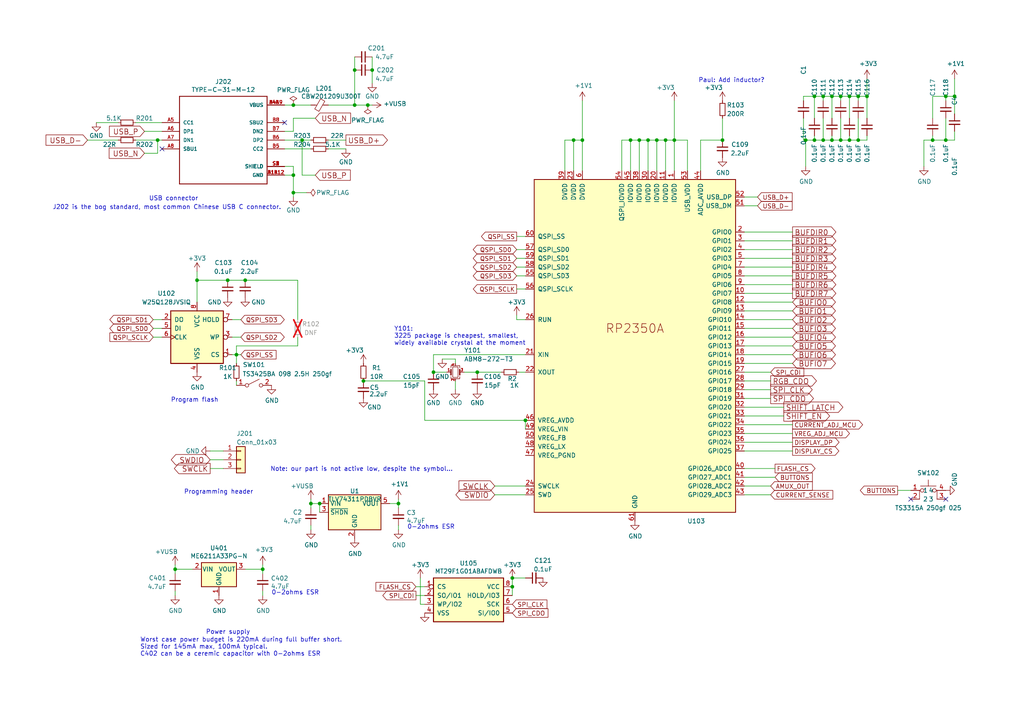
<source format=kicad_sch>
(kicad_sch (version 20231120) (generator "eeschema") (generator_version "8.0")
  (paper "A4")
  (junction (at 68.58 102.87))
  (junction (at 276.86 27.94))
  (junction (at 248.92 27.94))
  (junction (at 148.59 167.64))
  (junction (at 115.57 146.05))
  (junction (at 182.88 40.64))
  (junction (at 233.68 40.64))
  (junction (at 193.04 40.64))
  (junction (at 125.73 107.95))
  (junction (at 66.04 81.28))
  (junction (at 236.22 40.64))
  (junction (at 138.43 107.95))
  (junction (at 71.12 81.28))
  (junction (at 107.95 20.32))
  (junction (at 238.76 40.64))
  (junction (at 251.46 27.94))
  (junction (at 190.5 40.64))
  (junction (at 187.96 40.64))
  (junction (at 248.92 40.64))
  (junction (at 102.87 20.32))
  (junction (at 195.58 40.64))
  (junction (at 87.63 40.64))
  (junction (at 92.71 146.05))
  (junction (at 270.51 40.64))
  (junction (at 102.87 30.48))
  (junction (at 50.8 165.1))
  (junction (at 246.38 40.64))
  (junction (at 274.32 40.64))
  (junction (at 243.84 40.64))
  (junction (at 209.55 40.64))
  (junction (at 106.68 30.48))
  (junction (at 57.15 81.28))
  (junction (at 105.41 110.49))
  (junction (at 236.22 27.94))
  (junction (at 241.3 40.64))
  (junction (at 168.91 40.64))
  (junction (at 45.72 40.64))
  (junction (at 246.38 27.94))
  (junction (at 76.2 165.1))
  (junction (at 274.32 27.94))
  (junction (at 85.09 30.48))
  (junction (at 90.17 146.05))
  (junction (at 166.37 40.64))
  (junction (at 185.42 40.64))
  (junction (at 148.59 170.18))
  (junction (at 152.4 121.92))
  (junction (at 243.84 27.94))
  (junction (at 85.09 50.8))
  (junction (at 241.3 27.94))
  (junction (at 85.09 55.88))
  (junction (at 238.76 27.94))
  (no_connect (at 82.55 35.56))
  (no_connect (at 46.99 43.18))
  (no_connect (at 264.16 144.78))
  (no_connect (at 274.32 144.78))
  (wire (pts (xy 123.19 110.49) (xy 123.19 121.92)))
  (wire (pts (xy 241.3 40.64) (xy 238.76 40.64)))
  (wire (pts (xy 143.51 143.51) (xy 152.4 143.51)))
  (wire (pts (xy 115.57 146.05) (xy 115.57 147.32)))
  (wire (pts (xy 152.4 68.58) (xy 149.86 68.58)))
  (wire (pts (xy 87.63 50.8) (xy 91.44 50.8)))
  (wire (pts (xy 185.42 40.64) (xy 187.96 40.64)))
  (wire (pts (xy 203.2 40.64) (xy 203.2 49.53)))
  (wire (pts (xy 60.96 135.89) (xy 64.77 135.89)))
  (wire (pts (xy 241.3 34.29) (xy 241.3 27.94)))
  (wire (pts (xy 82.55 50.8) (xy 85.09 50.8)))
  (wire (pts (xy 86.36 81.28) (xy 71.12 81.28)))
  (wire (pts (xy 215.9 110.49) (xy 223.52 110.49)))
  (wire (pts (xy 233.045 40.64) (xy 233.68 40.64)))
  (wire (pts (xy 113.03 146.05) (xy 115.57 146.05)))
  (wire (pts (xy 95.25 43.18) (xy 100.33 43.18)))
  (wire (pts (xy 236.22 40.64) (xy 233.68 40.64)))
  (wire (pts (xy 85.09 55.88) (xy 85.09 57.15)))
  (wire (pts (xy 107.95 20.32) (xy 107.95 24.13)))
  (wire (pts (xy 86.36 100.33) (xy 86.36 97.79)))
  (wire (pts (xy 46.99 35.56) (xy 39.37 35.56)))
  (wire (pts (xy 180.34 49.53) (xy 180.34 40.64)))
  (wire (pts (xy 166.37 40.64) (xy 166.37 49.53)))
  (wire (pts (xy 68.58 102.87) (xy 67.31 102.87)))
  (wire (pts (xy 229.87 102.87) (xy 215.9 102.87)))
  (wire (pts (xy 193.04 49.53) (xy 193.04 40.64)))
  (wire (pts (xy 57.15 81.28) (xy 57.15 78.74)))
  (wire (pts (xy 85.09 48.26) (xy 85.09 50.8)))
  (wire (pts (xy 145.415 107.95) (xy 138.43 107.95)))
  (wire (pts (xy 182.88 40.64) (xy 185.42 40.64)))
  (wire (pts (xy 233.045 27.94) (xy 233.045 29.21)))
  (wire (pts (xy 46.99 38.1) (xy 41.91 38.1)))
  (wire (pts (xy 92.71 146.05) (xy 90.17 146.05)))
  (wire (pts (xy 260.35 142.24) (xy 264.16 142.24)))
  (wire (pts (xy 92.71 146.05) (xy 92.71 148.59)))
  (wire (pts (xy 91.44 34.29) (xy 85.09 34.29)))
  (wire (pts (xy 76.2 165.1) (xy 76.2 166.37)))
  (wire (pts (xy 236.22 27.94) (xy 233.045 27.94)))
  (wire (pts (xy 69.85 102.87) (xy 68.58 102.87)))
  (wire (pts (xy 148.59 170.18) (xy 148.59 172.72)))
  (wire (pts (xy 243.84 34.29) (xy 243.84 40.64)))
  (wire (pts (xy 215.9 125.73) (xy 229.87 125.73)))
  (wire (pts (xy 215.9 95.25) (xy 229.87 95.25)))
  (wire (pts (xy 223.52 140.97) (xy 215.9 140.97)))
  (wire (pts (xy 50.8 163.83) (xy 50.8 165.1)))
  (wire (pts (xy 66.04 81.28) (xy 57.15 81.28)))
  (wire (pts (xy 248.92 29.21) (xy 248.92 27.94)))
  (wire (pts (xy 46.99 95.25) (xy 44.45 95.25)))
  (wire (pts (xy 152.4 140.97) (xy 143.51 140.97)))
  (wire (pts (xy 88.9 55.88) (xy 85.09 55.88)))
  (wire (pts (xy 34.29 35.56) (xy 27.94 35.56)))
  (wire (pts (xy 276.86 22.86) (xy 276.86 27.94)))
  (wire (pts (xy 229.87 72.39) (xy 215.9 72.39)))
  (wire (pts (xy 215.9 100.33) (xy 229.87 100.33)))
  (wire (pts (xy 129.54 107.95) (xy 125.73 107.95)))
  (wire (pts (xy 105.41 110.49) (xy 123.19 110.49)))
  (wire (pts (xy 248.92 27.94) (xy 246.38 27.94)))
  (wire (pts (xy 209.55 34.29) (xy 209.55 40.64)))
  (wire (pts (xy 243.84 40.64) (xy 241.3 40.64)))
  (wire (pts (xy 168.91 29.21) (xy 168.91 40.64)))
  (wire (pts (xy 115.57 144.78) (xy 115.57 146.05)))
  (wire (pts (xy 251.46 27.94) (xy 251.46 22.86)))
  (wire (pts (xy 229.87 97.79) (xy 215.9 97.79)))
  (wire (pts (xy 123.19 175.26) (xy 121.92 175.26)))
  (wire (pts (xy 76.2 163.83) (xy 76.2 165.1)))
  (wire (pts (xy 215.9 90.17) (xy 229.87 90.17)))
  (wire (pts (xy 270.51 27.94) (xy 274.32 27.94)))
  (wire (pts (xy 60.96 133.35) (xy 64.77 133.35)))
  (wire (pts (xy 85.09 38.1) (xy 82.55 38.1)))
  (wire (pts (xy 85.09 34.29) (xy 85.09 38.1)))
  (wire (pts (xy 168.91 40.64) (xy 166.37 40.64)))
  (wire (pts (xy 236.22 39.37) (xy 236.22 40.64)))
  (wire (pts (xy 85.09 30.48) (xy 90.17 30.48)))
  (wire (pts (xy 90.17 144.78) (xy 90.17 146.05)))
  (wire (pts (xy 215.9 118.11) (xy 227.33 118.11)))
  (wire (pts (xy 152.4 102.87) (xy 125.73 102.87)))
  (wire (pts (xy 148.59 167.64) (xy 148.59 170.18)))
  (wire (pts (xy 57.15 87.63) (xy 57.15 81.28)))
  (wire (pts (xy 107.95 16.51) (xy 107.95 20.32)))
  (wire (pts (xy 276.86 40.64) (xy 274.32 40.64)))
  (wire (pts (xy 238.76 40.64) (xy 236.22 40.64)))
  (wire (pts (xy 276.86 27.94) (xy 276.86 33.02)))
  (wire (pts (xy 166.37 40.64) (xy 163.83 40.64)))
  (wire (pts (xy 68.58 102.87) (xy 68.58 100.33)))
  (wire (pts (xy 102.87 30.48) (xy 106.68 30.48)))
  (wire (pts (xy 152.4 92.71) (xy 149.86 92.71)))
  (wire (pts (xy 243.84 27.94) (xy 241.3 27.94)))
  (wire (pts (xy 276.86 38.1) (xy 276.86 40.64)))
  (wire (pts (xy 82.55 48.26) (xy 85.09 48.26)))
  (wire (pts (xy 238.76 27.94) (xy 236.22 27.94)))
  (wire (pts (xy 102.87 20.32) (xy 102.87 30.48)))
  (wire (pts (xy 86.36 92.71) (xy 86.36 81.28)))
  (wire (pts (xy 270.51 34.29) (xy 270.51 27.94)))
  (wire (pts (xy 219.71 59.69) (xy 215.9 59.69)))
  (wire (pts (xy 215.9 69.85) (xy 229.87 69.85)))
  (wire (pts (xy 215.9 143.51) (xy 223.52 143.51)))
  (wire (pts (xy 90.17 40.64) (xy 87.63 40.64)))
  (wire (pts (xy 219.71 57.15) (xy 215.9 57.15)))
  (wire (pts (xy 223.52 113.03) (xy 215.9 113.03)))
  (wire (pts (xy 102.87 16.51) (xy 102.87 20.32)))
  (wire (pts (xy 238.76 34.29) (xy 238.76 40.64)))
  (wire (pts (xy 229.87 128.27) (xy 215.9 128.27)))
  (wire (pts (xy 236.22 34.29) (xy 236.22 27.94)))
  (wire (pts (xy 68.58 111.76) (xy 68.58 110.49)))
  (wire (pts (xy 246.38 39.37) (xy 246.38 40.64)))
  (wire (pts (xy 224.79 138.43) (xy 215.9 138.43)))
  (wire (pts (xy 229.87 92.71) (xy 215.9 92.71)))
  (wire (pts (xy 152.4 167.64) (xy 148.59 167.64)))
  (wire (pts (xy 50.8 171.45) (xy 50.8 172.72)))
  (wire (pts (xy 199.39 49.53) (xy 199.39 40.64)))
  (wire (pts (xy 60.96 130.81) (xy 64.77 130.81)))
  (wire (pts (xy 190.5 49.53) (xy 190.5 40.64)))
  (wire (pts (xy 251.46 39.37) (xy 251.46 40.64)))
  (wire (pts (xy 193.04 40.64) (xy 195.58 40.64)))
  (wire (pts (xy 215.9 105.41) (xy 229.87 105.41)))
  (wire (pts (xy 95.25 30.48) (xy 102.87 30.48)))
  (wire (pts (xy 152.4 121.92) (xy 152.4 124.46)))
  (wire (pts (xy 241.3 27.94) (xy 238.76 27.94)))
  (wire (pts (xy 46.99 40.64) (xy 45.72 40.64)))
  (wire (pts (xy 251.46 40.64) (xy 248.92 40.64)))
  (wire (pts (xy 68.58 100.33) (xy 86.36 100.33)))
  (wire (pts (xy 195.58 49.53) (xy 195.58 40.64)))
  (wire (pts (xy 229.87 67.31) (xy 215.9 67.31)))
  (wire (pts (xy 46.99 92.71) (xy 44.45 92.71)))
  (wire (pts (xy 95.25 40.64) (xy 100.33 40.64)))
  (wire (pts (xy 238.76 29.21) (xy 238.76 27.94)))
  (wire (pts (xy 203.2 40.64) (xy 209.55 40.64)))
  (wire (pts (xy 248.92 40.64) (xy 246.38 40.64)))
  (wire (pts (xy 82.55 40.64) (xy 87.63 40.64)))
  (wire (pts (xy 199.39 40.64) (xy 195.58 40.64)))
  (wire (pts (xy 182.88 49.53) (xy 182.88 40.64)))
  (wire (pts (xy 274.32 34.29) (xy 274.32 40.64)))
  (wire (pts (xy 187.96 40.64) (xy 190.5 40.64)))
  (wire (pts (xy 267.97 40.64) (xy 267.97 48.26)))
  (wire (pts (xy 229.87 87.63) (xy 215.9 87.63)))
  (wire (pts (xy 152.4 83.82) (xy 149.86 83.82)))
  (wire (pts (xy 215.9 85.09) (xy 229.87 85.09)))
  (wire (pts (xy 71.12 81.28) (xy 66.04 81.28)))
  (wire (pts (xy 45.72 44.45) (xy 45.72 40.64)))
  (wire (pts (xy 45.72 40.64) (xy 39.37 40.64)))
  (wire (pts (xy 123.19 170.18) (xy 120.65 170.18)))
  (wire (pts (xy 68.58 105.41) (xy 68.58 102.87)))
  (wire (pts (xy 246.38 40.64) (xy 243.84 40.64)))
  (wire (pts (xy 229.87 77.47) (xy 215.9 77.47)))
  (wire (pts (xy 248.92 34.29) (xy 248.92 40.64)))
  (wire (pts (xy 223.52 115.57) (xy 215.9 115.57)))
  (wire (pts (xy 168.91 49.53) (xy 168.91 40.64)))
  (wire (pts (xy 241.3 39.37) (xy 241.3 40.64)))
  (wire (pts (xy 251.46 34.29) (xy 251.46 27.94)))
  (wire (pts (xy 215.9 135.89) (xy 224.79 135.89)))
  (wire (pts (xy 132.08 110.49) (xy 132.08 113.03)))
  (wire (pts (xy 274.32 27.94) (xy 274.32 29.21)))
  (wire (pts (xy 233.045 34.29) (xy 233.045 40.64)))
  (wire (pts (xy 223.52 107.95) (xy 215.9 107.95)))
  (wire (pts (xy 34.29 40.64) (xy 25.4 40.64)))
  (wire (pts (xy 190.5 40.64) (xy 193.04 40.64)))
  (wire (pts (xy 50.8 166.37) (xy 50.8 165.1)))
  (wire (pts (xy 120.65 172.72) (xy 123.19 172.72)))
  (wire (pts (xy 270.51 39.37) (xy 270.51 40.64)))
  (wire (pts (xy 185.42 49.53) (xy 185.42 40.64)))
  (wire (pts (xy 163.83 40.64) (xy 163.83 49.53)))
  (wire (pts (xy 215.9 80.01) (xy 229.87 80.01)))
  (wire (pts (xy 246.38 27.94) (xy 243.84 27.94)))
  (wire (pts (xy 132.08 104.14) (xy 132.08 105.41)))
  (wire (pts (xy 87.63 40.64) (xy 87.63 50.8)))
  (wire (pts (xy 246.38 34.29) (xy 246.38 27.94)))
  (wire (pts (xy 82.55 30.48) (xy 85.09 30.48)))
  (wire (pts (xy 195.58 40.64) (xy 195.58 29.21)))
  (wire (pts (xy 152.4 80.01) (xy 149.86 80.01)))
  (wire (pts (xy 69.85 92.71) (xy 67.31 92.71)))
  (wire (pts (xy 227.33 120.65) (xy 215.9 120.65)))
  (wire (pts (xy 229.87 130.81) (xy 215.9 130.81)))
  (wire (pts (xy 82.55 43.18) (xy 90.17 43.18)))
  (wire (pts (xy 187.96 49.53) (xy 187.96 40.64)))
  (wire (pts (xy 115.57 152.4) (xy 115.57 153.67)))
  (wire (pts (xy 180.34 40.64) (xy 182.88 40.64)))
  (wire (pts (xy 152.4 72.39) (xy 149.86 72.39)))
  (wire (pts (xy 152.4 74.93) (xy 149.86 74.93)))
  (wire (pts (xy 248.92 27.94) (xy 251.46 27.94)))
  (wire (pts (xy 125.73 102.87) (xy 125.73 107.95)))
  (wire (pts (xy 123.19 121.92) (xy 152.4 121.92)))
  (wire (pts (xy 270.51 40.64) (xy 274.32 40.64)))
  (wire (pts (xy 215.9 74.93) (xy 229.87 74.93)))
  (wire (pts (xy 69.85 97.79) (xy 67.31 97.79)))
  (wire (pts (xy 152.4 107.95) (xy 150.495 107.95)))
  (wire (pts (xy 128.27 104.14) (xy 132.08 104.14)))
  (wire (pts (xy 267.97 40.64) (xy 270.51 40.64)))
  (wire (pts (xy 229.87 82.55) (xy 215.9 82.55)))
  (wire (pts (xy 85.09 50.8) (xy 85.09 55.88)))
  (wire (pts (xy 243.84 29.21) (xy 243.84 27.94)))
  (wire (pts (xy 106.68 30.48) (xy 107.95 30.48)))
  (wire (pts (xy 134.62 107.95) (xy 138.43 107.95)))
  (wire (pts (xy 149.86 92.71) (xy 149.86 91.44)))
  (wire (pts (xy 229.87 123.19) (xy 215.9 123.19)))
  (wire (pts (xy 46.99 97.79) (xy 44.45 97.79)))
  (wire (pts (xy 276.86 27.94) (xy 274.32 27.94)))
  (wire (pts (xy 71.12 165.1) (xy 76.2 165.1)))
  (wire (pts (xy 76.2 171.45) (xy 76.2 172.72)))
  (wire (pts (xy 152.4 77.47) (xy 149.86 77.47)))
  (wire (pts (xy 90.17 152.4) (xy 90.17 153.67)))
  (wire (pts (xy 41.91 44.45) (xy 45.72 44.45)))
  (wire (pts (xy 121.92 175.26) (xy 121.92 167.64)))
  (wire (pts (xy 55.88 165.1) (xy 50.8 165.1)))
  (wire (pts (xy 90.17 147.32) (xy 90.17 146.05)))
  (wire (pts (xy 233.68 40.64) (xy 233.68 48.26)))
  (text "0-2ohms ESR\n" (at 118.11 153.67 0) (effects (font (size 1.27 1.27)) (justify left bottom)))
  (text "USB connector" (at 43.18 58.42 0) (effects (font (size 1.27 1.27)) (justify left bottom)))
  (text "Y101:\n3225 package is cheapest, smallest, \nwidely available crystal at the moment" (at 114.3 100.33 0) (effects (font (size 1.27 1.27)) (justify left bottom)))
  (text "Power supply" (at 59.69 184.15 0) (effects (font (size 1.27 1.27)) (justify left bottom)))
  (text "J202 is the bog standard, most common Chinese USB C connector." (at 15.24 60.96 0) (effects (font (size 1.27 1.27)) (justify left bottom)))
  (text "Program flash" (at 49.53 116.84 0) (effects (font (size 1.27 1.27)) (justify left bottom)))
  (text "Worst case power budget is 220mA during full buffer short.\nSized for 145mA max, 100mA typical.\nC402 can be a ceremic capacitor with 0-2ohms ESR" (at 40.64 190.5 0) (effects (font (size 1.27 1.27)) (justify left bottom)))
  (text "Paul: Add inductor?" (at 202.565 24.13 0) (effects (font (size 1.27 1.27)) (justify left bottom)))
  (text "Note: our part is not active low, despite the symbol..." (at 104.902 136.144 0) (effects (font (size 1.27 1.27))))
  (text "Programming header" (at 53.34 143.51 0) (effects (font (size 1.27 1.27)) (justify left bottom)))
  (text "0-2ohms ESR\n" (at 78.74 172.72 0) (effects (font (size 1.27 1.27)) (justify left bottom)))
  (global_label "QSPI_SD3" (shape bidirectional) (at 149.86 80.01 180) (property "Intersheetrefs" "${INTERSHEET_REFS}" (effects (hide yes))))
  (global_label "QSPI_SCLK" (shape input) (at 44.45 97.79 180) (property "Intersheetrefs" "${INTERSHEET_REFS}" (effects (hide yes))))
  (global_label "SPI_CDO" (shape input) (at 148.59 177.8 0) (property "Intersheetrefs" "${INTERSHEET_REFS}" (effects (hide yes))))
  (global_label "BUFDIR4" (shape output) (at 229.87 77.47 0) (effects (font (size 1.524 1.524))) (property "Intersheetrefs" "${INTERSHEET_REFS}" (effects (hide yes))))
  (global_label "BUFDIR3" (shape output) (at 229.87 74.93 0) (effects (font (size 1.524 1.524))) (property "Intersheetrefs" "${INTERSHEET_REFS}" (effects (hide yes))))
  (global_label "QSPI_SS" (shape input) (at 69.85 102.87 0) (property "Intersheetrefs" "${INTERSHEET_REFS}" (effects (hide yes))))
  (global_label "FLASH_CS" (shape output) (at 224.79 135.89 0) (property "Intersheetrefs" "${INTERSHEET_REFS}" (effects (hide yes))))
  (global_label "SWCLK" (shape input) (at 143.51 140.97 180) (effects (font (size 1.524 1.524))) (property "Intersheetrefs" "${INTERSHEET_REFS}" (effects (hide yes))))
  (global_label "RGB_CDO" (shape output) (at 223.52 110.49 0) (effects (font (size 1.524 1.524))) (property "Intersheetrefs" "${INTERSHEET_REFS}" (effects (hide yes))))
  (global_label "SPI_CDI" (shape output) (at 120.65 172.72 180) (property "Intersheetrefs" "${INTERSHEET_REFS}" (effects (hide yes))))
  (global_label "FLASH_CS" (shape input) (at 120.65 170.18 180) (property "Intersheetrefs" "${INTERSHEET_REFS}" (effects (hide yes))))
  (global_label "DISPLAY_CS" (shape output) (at 229.87 130.81 0) (property "Intersheetrefs" "${INTERSHEET_REFS}" (effects (hide yes))))
  (global_label "USB_N" (shape input) (at 41.91 44.45 180) (effects (font (size 1.524 1.524))) (property "Intersheetrefs" "${INTERSHEET_REFS}" (effects (hide yes))))
  (global_label "USB_P" (shape input) (at 41.91 38.1 180) (effects (font (size 1.524 1.524))) (property "Intersheetrefs" "${INTERSHEET_REFS}" (effects (hide yes))))
  (global_label "BUFIO0" (shape bidirectional) (at 229.87 87.63 0) (effects (font (size 1.524 1.524))) (property "Intersheetrefs" "${INTERSHEET_REFS}" (effects (hide yes))))
  (global_label "SWCLK" (shape output) (at 60.96 135.89 180) (effects (font (size 1.524 1.524))) (property "Intersheetrefs" "${INTERSHEET_REFS}" (effects (hide yes))))
  (global_label "QSPI_SD1" (shape bidirectional) (at 149.86 74.93 180) (property "Intersheetrefs" "${INTERSHEET_REFS}" (effects (hide yes))))
  (global_label "VREG_ADJ_MCU" (shape output) (at 229.87 125.73 0) (property "Intersheetrefs" "${INTERSHEET_REFS}" (effects (hide yes))))
  (global_label "CURRENT_ADJ_MCU" (shape output) (at 229.87 123.19 0) (property "Intersheetrefs" "${INTERSHEET_REFS}" (effects (hide yes))))
  (global_label "SPI_CDI" (shape input) (at 223.52 107.95 0) (property "Intersheetrefs" "${INTERSHEET_REFS}" (effects (hide yes))))
  (global_label "BUFDIR7" (shape output) (at 229.87 85.09 0) (effects (font (size 1.524 1.524))) (property "Intersheetrefs" "${INTERSHEET_REFS}" (effects (hide yes))))
  (global_label "BUFIO4" (shape bidirectional) (at 229.87 97.79 0) (effects (font (size 1.524 1.524))) (property "Intersheetrefs" "${INTERSHEET_REFS}" (effects (hide yes))))
  (global_label "BUFDIR2" (shape output) (at 229.87 72.39 0) (effects (font (size 1.524 1.524))) (property "Intersheetrefs" "${INTERSHEET_REFS}" (effects (hide yes))))
  (global_label "BUFIO1" (shape bidirectional) (at 229.87 90.17 0) (effects (font (size 1.524 1.524))) (property "Intersheetrefs" "${INTERSHEET_REFS}" (effects (hide yes))))
  (global_label "QSPI_SD2" (shape bidirectional) (at 69.85 97.79 0) (property "Intersheetrefs" "${INTERSHEET_REFS}" (effects (hide yes))))
  (global_label "BUFDIR6" (shape output) (at 229.87 82.55 0) (effects (font (size 1.524 1.524))) (property "Intersheetrefs" "${INTERSHEET_REFS}" (effects (hide yes))))
  (global_label "SHIFT_EN" (shape output) (at 227.33 120.65 0) (effects (font (size 1.524 1.524))) (property "Intersheetrefs" "${INTERSHEET_REFS}" (effects (hide yes))))
  (global_label "BUFIO6" (shape bidirectional) (at 229.87 102.87 0) (effects (font (size 1.524 1.524))) (property "Intersheetrefs" "${INTERSHEET_REFS}" (effects (hide yes))))
  (global_label "BUTTONS" (shape output) (at 260.35 142.24 180) (property "Intersheetrefs" "${INTERSHEET_REFS}" (effects (hide yes))))
  (global_label "CURRENT_SENSE" (shape input) (at 223.52 143.51 0) (property "Intersheetrefs" "${INTERSHEET_REFS}" (effects (hide yes))))
  (global_label "QSPI_SD1" (shape bidirectional) (at 44.45 92.71 180) (property "Intersheetrefs" "${INTERSHEET_REFS}" (effects (hide yes))))
  (global_label "BUTTONS" (shape input) (at 224.79 138.43 0) (property "Intersheetrefs" "${INTERSHEET_REFS}" (effects (hide yes))))
  (global_label "QSPI_SS" (shape output) (at 149.86 68.58 180) (property "Intersheetrefs" "${INTERSHEET_REFS}" (effects (hide yes))))
  (global_label "QSPI_SD0" (shape bidirectional) (at 149.86 72.39 180) (property "Intersheetrefs" "${INTERSHEET_REFS}" (effects (hide yes))))
  (global_label "USB_D-" (shape input) (at 25.4 40.64 180) (effects (font (size 1.524 1.524))) (property "Intersheetrefs" "${INTERSHEET_REFS}" (effects (hide yes))))
  (global_label "DISPLAY_DP" (shape output) (at 229.87 128.27 0) (property "Intersheetrefs" "${INTERSHEET_REFS}" (effects (hide yes))))
  (global_label "SHIFT_LATCH" (shape output) (at 227.33 118.11 0) (effects (font (size 1.524 1.524))) (property "Intersheetrefs" "${INTERSHEET_REFS}" (effects (hide yes))))
  (global_label "SPI_CLK" (shape input) (at 148.59 175.26 0) (property "Intersheetrefs" "${INTERSHEET_REFS}" (effects (hide yes))))
  (global_label "QSPI_SCLK" (shape output) (at 149.86 83.82 180) (property "Intersheetrefs" "${INTERSHEET_REFS}" (effects (hide yes))))
  (global_label "SPI_CLK" (shape output) (at 223.52 113.03 0) (effects (font (size 1.524 1.524))) (property "Intersheetrefs" "${INTERSHEET_REFS}" (effects (hide yes))))
  (global_label "BUFDIR1" (shape output) (at 229.87 69.85 0) (effects (font (size 1.524 1.524))) (property "Intersheetrefs" "${INTERSHEET_REFS}" (effects (hide yes))))
  (global_label "USB_D+" (shape input) (at 219.71 57.15 0) (property "Intersheetrefs" "${INTERSHEET_REFS}" (effects (hide yes))))
  (global_label "USB_P" (shape input) (at 91.44 50.8 0) (effects (font (size 1.524 1.524))) (property "Intersheetrefs" "${INTERSHEET_REFS}" (effects (hide yes))))
  (global_label "BUFDIR5" (shape output) (at 229.87 80.01 0) (effects (font (size 1.524 1.524))) (property "Intersheetrefs" "${INTERSHEET_REFS}" (effects (hide yes))))
  (global_label "AMUX_OUT" (shape input) (at 223.52 140.97 0) (property "Intersheetrefs" "${INTERSHEET_REFS}" (effects (hide yes))))
  (global_label "QSPI_SD2" (shape bidirectional) (at 149.86 77.47 180) (property "Intersheetrefs" "${INTERSHEET_REFS}" (effects (hide yes))))
  (global_label "USB_N" (shape input) (at 91.44 34.29 0) (effects (font (size 1.524 1.524))) (property "Intersheetrefs" "${INTERSHEET_REFS}" (effects (hide yes))))
  (global_label "BUFIO7" (shape bidirectional) (at 229.87 105.41 0) (effects (font (size 1.524 1.524))) (property "Intersheetrefs" "${INTERSHEET_REFS}" (effects (hide yes))))
  (global_label "BUFIO2" (shape bidirectional) (at 229.87 92.71 0) (effects (font (size 1.524 1.524))) (property "Intersheetrefs" "${INTERSHEET_REFS}" (effects (hide yes))))
  (global_label "QSPI_SD3" (shape bidirectional) (at 69.85 92.71 0) (property "Intersheetrefs" "${INTERSHEET_REFS}" (effects (hide yes))))
  (global_label "SWDIO" (shape bidirectional) (at 60.96 133.35 180) (effects (font (size 1.524 1.524))) (property "Intersheetrefs" "${INTERSHEET_REFS}" (effects (hide yes))))
  (global_label "BUFDIR0" (shape output) (at 229.87 67.31 0) (effects (font (size 1.524 1.524))) (property "Intersheetrefs" "${INTERSHEET_REFS}" (effects (hide yes))))
  (global_label "SPI_CDO" (shape output) (at 223.52 115.57 0) (effects (font (size 1.524 1.524))) (property "Intersheetrefs" "${INTERSHEET_REFS}" (effects (hide yes))))
  (global_label "USB_D+" (shape output) (at 100.33 40.64 0) (effects (font (size 1.524 1.524))) (property "Intersheetrefs" "${INTERSHEET_REFS}" (effects (hide yes))))
  (global_label "BUFIO3" (shape bidirectional) (at 229.87 95.25 0) (effects (font (size 1.524 1.524))) (property "Intersheetrefs" "${INTERSHEET_REFS}" (effects (hide yes))))
  (global_label "SWDIO" (shape bidirectional) (at 143.51 143.51 180) (effects (font (size 1.524 1.524))) (property "Intersheetrefs" "${INTERSHEET_REFS}" (effects (hide yes))))
  (global_label "QSPI_SD0" (shape bidirectional) (at 44.45 95.25 180) (property "Intersheetrefs" "${INTERSHEET_REFS}" (effects (hide yes))))
  (global_label "BUFIO5" (shape bidirectional) (at 229.87 100.33 0) (effects (font (size 1.524 1.524))) (property "Intersheetrefs" "${INTERSHEET_REFS}" (effects (hide yes))))
  (global_label "USB_D-" (shape input) (at 219.71 59.69 0) (property "Intersheetrefs" "${INTERSHEET_REFS}" (effects (hide yes))))
  (symbol (lib_id "Device:C_Small") (at 50.8 168.91 0) (unit 1)
    (property "Reference" "C401" (at 48.26 167.64 0) (effects (justify right)))
    (property "Value" "4.7uF" (at 48.26 170.18 0) (effects (justify right)))
    (property "Footprint" "Capacitor_SMD:C_0402_1005Metric" (effects (hide yes)))
    (property "RMB" "0.037726" (effects (hide yes)))
    (property "Supplier" "https://item.szlcsc.com/1877.html" (effects (hide yes)))
  )
  (symbol (lib_id "Device:C_Small") (at 76.2 168.91 0) (unit 1)
    (property "Reference" "C402" (at 78.5368 167.7416 0) (effects (justify left)))
    (property "Value" "4.7uF" (at 78.5368 170.053 0) (effects (justify left)))
    (property "Footprint" "Capacitor_SMD:C_0402_1005Metric" (effects (hide yes)))
    (property "RMB" "0.043101" (effects (hide yes)))
    (property "Supplier" "https://item.szlcsc.com/108589.html" (effects (hide yes)))
  )
  (symbol (lib_id "power:GND") (at 63.5 172.72 0) (unit 1)
    (property "Reference" "#PWR0403" (effects (hide yes)))
    (property "Value" "GND" (at 63.627 177.1142 0))
  )
  (symbol (lib_id "power:GND") (at 50.8 172.72 0) (unit 1)
    (property "Reference" "#PWR0402" (effects (hide yes)))
    (property "Value" "GND" (at 50.927 177.1142 0))
  )
  (symbol (lib_id "power:GND") (at 76.2 172.72 0) (unit 1)
    (property "Reference" "#PWR0405" (effects (hide yes)))
    (property "Value" "GND" (at 76.327 177.1142 0))
  )
  (symbol (lib_id "power:+3V3") (at 76.2 163.83 0) (unit 1)
    (property "Reference" "#PWR0404" (effects (hide yes)))
    (property "Value" "+3V3" (at 76.581 159.4358 0))
  )
  (symbol (lib_id "kicad5-device:Ferrite_Bead_Small") (at 92.71 30.48 270) (unit 1)
    (property "Reference" "L201" (at 93.98 25.654 90))
    (property "Value" "CBW201209U300T" (at 96.012 27.94 90))
    (property "Footprint" "Inductor_SMD:L_0805_2012Metric" (effects (hide yes)))
    (property "RMB" "0.175802	0.175802" (effects (hide yes)))
    (property "Supplier" "https://item.szlcsc.com/263551.html" (effects (hide yes)))
  )
  (symbol (lib_id "power:GND") (at 107.95 24.13 0) (unit 1)
    (property "Reference" "#PWR0205" (effects (hide yes)))
    (property "Value" "GND" (at 107.95 27.94 0))
  )
  (symbol (lib_id "Device:R_Small") (at 36.83 35.56 90) (mirror x) (unit 1)
    (property "Reference" "R201" (at 41.91 34.29 90))
    (property "Value" "5.1K" (at 33.02 34.29 90))
    (property "Footprint" "Resistor_SMD:R_0402_1005Metric" (effects (hide yes)))
    (property "RMB" "0.0065" (effects (hide yes)))
    (property "Supplier" "https://item.szlcsc.com/107087.html" (effects (hide yes)))
  )
  (symbol (lib_id "Device:R_Small") (at 92.71 43.18 270) (unit 1)
    (property "Reference" "R204" (at 87.63 41.91 90))
    (property "Value" "5.1K" (at 96.52 41.91 90))
    (property "Footprint" "Resistor_SMD:R_0402_1005Metric" (effects (hide yes)))
    (property "RMB" "0.0065" (effects (hide yes)))
    (property "Supplier" "https://item.szlcsc.com/107087.html" (effects (hide yes)))
  )
  (symbol (lib_id "power:GND") (at 100.33 43.18 0) (unit 1)
    (property "Reference" "#PWR0204" (effects (hide yes)))
    (property "Value" "GND" (at 100.33 46.99 0))
  )
  (symbol (lib_id "Device:R_Small") (at 36.83 40.64 90) (mirror x) (unit 1)
    (property "Reference" "R202" (at 41.91 41.91 90))
    (property "Value" "22R" (at 31.75 41.91 90))
    (property "Footprint" "Resistor_SMD:R_0402_1005Metric" (effects (hide yes)))
    (property "RMB" "0.006505" (effects (hide yes)))
    (property "Supplier" "https://item.szlcsc.com/116009.html" (effects (hide yes)))
  )
  (symbol (lib_id "power:GND") (at 85.09 57.15 0) (unit 1)
    (property "Reference" "#PWR0203" (effects (hide yes)))
    (property "Value" "GND" (at 85.09 60.96 0))
  )
  (symbol (lib_id "power:GND") (at 60.96 130.81 270) (unit 1)
    (property "Reference" "#PWR0202" (effects (hide yes)))
    (property "Value" "GND" (at 55.88 130.81 90))
  )
  (symbol (lib_id "dp-power:+VUSB") (at 50.8 163.83 0) (unit 1)
    (property "Reference" "#PWR0401" (effects (hide yes)))
    (property "Value" "+VUSB" (at 48.26 160.02 0))
  )
  (symbol (lib_id "dp-power:+VUSB") (at 107.95 30.48 270) (unit 1)
    (property "Reference" "#PWR0206" (effects (hide yes)))
    (property "Value" "+VUSB" (at 111.2012 30.099 90) (effects (justify left)))
  )
  (symbol (lib_id "power:PWR_FLAG") (at 85.09 30.48 0) (unit 1)
    (property "Reference" "#FLG0201" (effects (hide yes)))
    (property "Value" "PWR_FLAG" (at 85.09 26.0858 0))
  )
  (symbol (lib_id "power:GND") (at 27.94 35.56 0) (unit 1)
    (property "Reference" "#PWR0201" (effects (hide yes)))
    (property "Value" "GND" (at 27.94 39.37 0))
  )
  (symbol (lib_id "power:PWR_FLAG") (at 106.68 30.48 180) (unit 1)
    (property "Reference" "#FLG0203" (effects (hide yes)))
    (property "Value" "PWR_FLAG" (at 106.68 34.8742 0))
  )
  (symbol (lib_id "power:PWR_FLAG") (at 88.9 55.88 270) (unit 1)
    (property "Reference" "#FLG0202" (effects (hide yes)))
    (property "Value" "PWR_FLAG" (at 96.52 55.88 90))
  )
  (symbol (lib_id "ESP32x:ESP32x") (at 184.15 100.33 0) (unit 1)
    (property "Reference" "U103" (at 201.93 151.13 0))
    (property "Value" "RP2350A" (effects (hide yes)))
    (property "Footprint" "qfn60:QFN40P700X700X80-61N-D" (effects (hide yes)))
    (property "USD" "1" (effects (hide yes)))
  )
  (symbol (lib_id "Device:C_Small") (at 66.04 83.82 0) (unit 1)
    (property "Reference" "C103" (at 64.77 76.2 0))
    (property "Value" "0.1uF" (at 64.77 78.74 0))
    (property "Footprint" "Capacitor_SMD:C_0402_1005Metric" (effects (hide yes)))
    (property "RMB" "0.00628" (effects (hide yes)))
    (property "Supplier" "https://item.szlcsc.com/1877.html" (effects (hide yes)))
  )
  (symbol (lib_id "power:GND") (at 66.04 86.36 0) (unit 1)
    (property "Reference" "#PWR0107" (effects (hide yes)))
    (property "Value" "GND" (at 62.23 87.63 0))
  )
  (symbol (lib_id "power:GND") (at 57.15 107.95 0) (unit 1)
    (property "Reference" "#PWR0105" (effects (hide yes)))
    (property "Value" "GND" (at 57.277 112.3442 0))
  )
  (symbol (lib_id "power:+3V3") (at 57.15 78.74 0) (unit 1)
    (property "Reference" "#PWR0104" (effects (hide yes)))
    (property "Value" "+3V3" (at 57.15 74.93 0))
  )
  (symbol (lib_id "power:GND") (at 184.15 151.13 0) (unit 1)
    (property "Reference" "#PWR0120" (effects (hide yes)))
    (property "Value" "GND" (at 184.277 155.5242 0))
  )
  (symbol (lib_id "power:GND") (at 138.43 113.03 0) (unit 1)
    (property "Reference" "#PWR0114" (effects (hide yes)))
    (property "Value" "GND" (at 138.43 116.84 0))
  )
  (symbol (lib_id "Device:C_Small") (at 138.43 110.49 0) (unit 1)
    (property "Reference" "C106" (at 142.875 109.22 0))
    (property "Value" "15pF" (at 142.875 111.76 0))
    (property "Footprint" "Capacitor_SMD:C_0402_1005Metric" (effects (hide yes)))
    (property "RMB" "0.022142" (effects (hide yes)))
    (property "Supplier" "https://item.szlcsc.com/306263.html" (effects (hide yes)))
  )
  (symbol (lib_id "power:GND") (at 125.73 113.03 0) (unit 1)
    (property "Reference" "#PWR0111" (effects (hide yes)))
    (property "Value" "GND" (at 125.73 116.84 0))
  )
  (symbol (lib_id "Device:C_Small") (at 125.73 110.49 0) (unit 1)
    (property "Reference" "C105" (at 119.38 109.22 0))
    (property "Value" "15pF" (at 119.38 111.76 0))
    (property "Footprint" "Capacitor_SMD:C_0402_1005Metric" (effects (hide yes)))
    (property "RMB" "0.022142" (effects (hide yes)))
    (property "Supplier" "https://item.szlcsc.com/306263.html" (effects (hide yes)))
  )
  (symbol (lib_id "Device:R_Small") (at 92.71 40.64 270) (mirror x) (unit 1)
    (property "Reference" "R203" (at 87.63 39.37 90))
    (property "Value" "22R" (at 97.79 39.37 90))
    (property "Footprint" "Resistor_SMD:R_0402_1005Metric" (effects (hide yes)))
    (property "RMB" "0.006505" (effects (hide yes)))
    (property "Supplier" "https://item.szlcsc.com/116009.html" (effects (hide yes)))
  )
  (symbol (lib_id "Device:C_Small") (at 236.22 36.83 0) (unit 1)
    (property "Reference" "C110" (at 236.22 25.4 90))
    (property "Value" "0.1uF" (at 236.22 44.45 90))
    (property "Footprint" "Capacitor_SMD:C_0402_1005Metric" (effects (hide yes)))
    (property "RMB" "0.00628" (effects (hide yes)))
    (property "Supplier" "https://item.szlcsc.com/1877.html" (effects (hide yes)))
  )
  (symbol (lib_id "Device:C_Small") (at 238.76 31.75 0) (unit 1)
    (property "Reference" "C111" (at 238.76 25.4 90))
    (property "Value" "0.1uF" (at 238.76 44.45 90))
    (property "Footprint" "Capacitor_SMD:C_0402_1005Metric" (effects (hide yes)))
    (property "RMB" "0.00628" (effects (hide yes)))
    (property "Supplier" "https://item.szlcsc.com/1877.html" (effects (hide yes)))
  )
  (symbol (lib_id "power:+3V3") (at 251.46 22.86 0) (unit 1)
    (property "Reference" "#PWR0125" (effects (hide yes)))
    (property "Value" "+3V3" (at 251.841 18.4658 0))
  )
  (symbol (lib_id "power:GND") (at 233.68 48.26 0) (unit 1)
    (property "Reference" "#PWR0124" (effects (hide yes)))
    (property "Value" "GND" (at 233.807 52.6542 0))
  )
  (symbol (lib_id "Device:C_Small") (at 241.3 36.83 0) (unit 1)
    (property "Reference" "C112" (at 241.3 25.4 90))
    (property "Value" "0.1uF" (at 241.3 44.45 90))
    (property "Footprint" "Capacitor_SMD:C_0402_1005Metric" (effects (hide yes)))
    (property "RMB" "0.00628" (effects (hide yes)))
    (property "Supplier" "https://item.szlcsc.com/1877.html" (effects (hide yes)))
  )
  (symbol (lib_id "Device:C_Small") (at 243.84 31.75 0) (unit 1)
    (property "Reference" "C113" (at 243.84 25.4 90))
    (property "Value" "0.1uF" (at 243.84 44.45 90))
    (property "Footprint" "Capacitor_SMD:C_0402_1005Metric" (effects (hide yes)))
    (property "RMB" "0.00628" (effects (hide yes)))
    (property "Supplier" "https://item.szlcsc.com/1877.html" (effects (hide yes)))
  )
  (symbol (lib_id "Device:C_Small") (at 246.38 36.83 0) (unit 1)
    (property "Reference" "C114" (at 246.38 25.4 90))
    (property "Value" "0.1uF" (at 246.38 44.45 90))
    (property "Footprint" "Capacitor_SMD:C_0402_1005Metric" (effects (hide yes)))
    (property "RMB" "0.00628" (effects (hide yes)))
    (property "Supplier" "https://item.szlcsc.com/1877.html" (effects (hide yes)))
  )
  (symbol (lib_id "Device:C_Small") (at 248.92 31.75 0) (unit 1)
    (property "Reference" "C115" (at 248.92 25.4 90))
    (property "Value" "0.1uF" (at 248.92 44.45 90))
    (property "Footprint" "Capacitor_SMD:C_0402_1005Metric" (effects (hide yes)))
    (property "RMB" "0.00628" (effects (hide yes)))
    (property "Supplier" "https://item.szlcsc.com/1877.html" (effects (hide yes)))
  )
  (symbol (lib_id "power:+3V3") (at 195.58 29.21 0) (unit 1)
    (property "Reference" "#PWR0121" (effects (hide yes)))
    (property "Value" "+3V3" (at 193.04 25.4 0))
  )
  (symbol (lib_id "Device:C_Small") (at 105.41 16.51 270) (mirror x) (unit 1)
    (property "Reference" "C201" (at 111.76 13.97 90) (effects (justify right)))
    (property "Value" "4.7uF" (at 114.3 16.51 90) (effects (justify right)))
    (property "Footprint" "Capacitor_SMD:C_0402_1005Metric" (effects (hide yes)))
    (property "RMB" "0.037726" (effects (hide yes)))
    (property "Supplier" "https://item.szlcsc.com/1877.html" (effects (hide yes)))
  )
  (symbol (lib_id "Device:C_Small") (at 105.41 20.32 270) (mirror x) (unit 1)
    (property "Reference" "C202" (at 114.3 20.32 90) (effects (justify right)))
    (property "Value" "4.7uF" (at 114.3 22.86 90) (effects (justify right)))
    (property "Footprint" "Capacitor_SMD:C_0402_1005Metric" (effects (hide yes)))
    (property "RMB" "0.037726" (effects (hide yes)))
    (property "Supplier" "https://item.szlcsc.com/1877.html" (effects (hide yes)))
  )
  (symbol (lib_id "power:+1V1") (at 168.91 29.21 0) (unit 1)
    (property "Reference" "#PWR0117" (effects (hide yes)))
    (property "Value" "+1V1" (at 169.291 24.8158 0))
  )
  (symbol (lib_id "Device:C_Small") (at 270.51 36.83 0) (unit 1)
    (property "Reference" "C117" (at 270.51 25.4 90))
    (property "Value" "0.1uF" (at 270.51 44.45 90))
    (property "Footprint" "Capacitor_SMD:C_0402_1005Metric" (effects (hide yes)))
    (property "RMB" "0.00628" (effects (hide yes)))
    (property "Supplier" "https://item.szlcsc.com/1877.html" (effects (hide yes)))
  )
  (symbol (lib_id "Device:C_Small") (at 274.32 31.75 0) (unit 1)
    (property "Reference" "C118" (at 274.32 25.4 90))
    (property "Value" "0.1uF" (at 274.32 44.45 90))
    (property "Footprint" "Capacitor_SMD:C_0402_1005Metric" (effects (hide yes)))
    (property "RMB" "0.00628" (effects (hide yes)))
    (property "Supplier" "https://item.szlcsc.com/1877.html" (effects (hide yes)))
  )
  (symbol (lib_id "power:+1V1") (at 276.86 22.86 0) (unit 1)
    (property "Reference" "#PWR0127" (effects (hide yes)))
    (property "Value" "+1V1" (at 277.241 18.4658 0))
  )
  (symbol (lib_id "power:GND") (at 267.97 48.26 0) (unit 1)
    (property "Reference" "#PWR0126" (effects (hide yes)))
    (property "Value" "GND" (at 268.097 52.6542 0))
  )
  (symbol (lib_id "Device:Crystal_GND24_Small") (at 132.08 107.95 0) (unit 1)
    (property "Reference" "Y101" (at 134.62 101.6 0) (effects (justify left)))
    (property "Value" "ABM8-272-T3" (at 134.62 104.14 0) (effects (justify left)))
    (property "Footprint" "Crystal:Crystal_SMD_3225-4Pin_3.2x2.5mm" (effects (hide yes)))
    (property "Description" "12MHz" (effects (hide yes)))
  )
  (symbol (lib_id "power:GND") (at 132.08 113.03 0) (unit 1)
    (property "Reference" "#PWR0113" (effects (hide yes)))
    (property "Value" "GND" (at 132.08 116.84 0))
  )
  (symbol (lib_id "power:GND") (at 128.27 104.14 0) (unit 1)
    (property "Reference" "#PWR0112" (effects (hide yes)))
    (property "Value" "GND" (at 128.27 109.22 0))
  )
  (symbol (lib_id "Device:C_Small") (at 71.12 83.82 0) (unit 1)
    (property "Reference" "C104" (at 72.39 76.2 0))
    (property "Value" "2.2uF" (at 72.39 78.74 0))
    (property "Footprint" "Capacitor_SMD:C_0402_1005Metric" (effects (hide yes)))
    (property "RMB" "0.043101" (effects (hide yes)))
    (property "Supplier" "https://item.szlcsc.com/108589.html" (effects (hide yes)))
  )
  (symbol (lib_id "power:GND") (at 71.12 86.36 0) (unit 1)
    (property "Reference" "#PWR0109" (effects (hide yes)))
    (property "Value" "GND" (at 74.93 87.63 0))
  )
  (symbol (lib_id "Device:C_Small") (at 251.46 36.83 0) (unit 1)
    (property "Reference" "C116" (at 251.46 25.4 90))
    (property "Value" "0.1uF" (at 251.46 44.45 90))
    (property "Footprint" "Capacitor_SMD:C_0402_1005Metric" (effects (hide yes)))
    (property "RMB" "0.00628" (effects (hide yes)))
    (property "Supplier" "https://item.szlcsc.com/1877.html" (effects (hide yes)))
  )
  (symbol (lib_id "dp-memory:xm25qh128a") (at 57.15 102.87 0) (unit 1)
    (property "Reference" "U102" (at 48.26 85.09 0))
    (property "Value" "W25Q128JVSIQ" (at 48.26 87.63 0))
    (property "Footprint" "Package_SO:SOP-8_5.28x5.23mm_P1.27mm" (effects (hide yes)))
    (property "RMB" "9.85" (effects (hide yes)))
    (property "Supplier" "https://item.szlcsc.com/98729.html" (effects (hide yes)))
  )
  (symbol (lib_id "Device:R_Small") (at 209.55 31.75 0) (unit 1)
    (property "Reference" "R103" (at 213.36 30.48 0))
    (property "Value" "200R" (at 213.36 33.02 0))
    (property "Footprint" "Resistor_SMD:R_0402_1005Metric" (effects (hide yes)))
    (property "RMB" "0.006373" (effects (hide yes)))
    (property "Supplier" "https://item.szlcsc.com/116008.html" (effects (hide yes)))
  )
  (symbol (lib_id "power:+3V3") (at 209.55 29.21 0) (unit 1)
    (property "Reference" "#PWR0122" (effects (hide yes)))
    (property "Value" "+3V3" (at 207.01 25.4 0))
  )
  (symbol (lib_id "Device:C_Small") (at 209.55 43.18 0) (unit 1)
    (property "Reference" "C109" (at 214.63 41.91 0))
    (property "Value" "2.2uF" (at 214.63 44.45 0))
    (property "Footprint" "Capacitor_SMD:C_0402_1005Metric" (effects (hide yes)))
    (property "RMB" "0.043101" (effects (hide yes)))
    (property "Supplier" "https://item.szlcsc.com/108589.html" (effects (hide yes)))
  )
  (symbol (lib_id "power:GND") (at 209.55 45.72 0) (unit 1)
    (property "Reference" "#PWR0123" (effects (hide yes)))
    (property "Value" "GND" (at 209.677 50.1142 0))
  )
  (symbol (lib_id "Switch:SW_SPST") (at 73.66 111.76 0) (unit 1)
    (property "Reference" "SW101" (at 73.66 105.791 0))
    (property "Value" "TS3425BA 098 2.5H 250gf" (at 83.312 108.458 0))
    (property "Footprint" "Button_Switch_SMD:SW_SPST_PTS810" (effects (hide yes)))
  )
  (symbol (lib_id "Device:R_Small") (at 68.58 107.95 0) (unit 1)
    (property "Reference" "R101" (at 66.04 106.68 0))
    (property "Value" "1K" (at 66.04 109.22 0))
    (property "Footprint" "Resistor_SMD:R_0402_1005Metric" (effects (hide yes)))
    (property "RMB" "0.006373" (effects (hide yes)))
    (property "Supplier" "https://item.szlcsc.com/116008.html" (effects (hide yes)))
  )
  (symbol (lib_id "power:GND") (at 78.74 111.76 0) (unit 1)
    (property "Reference" "#PWR0110" (effects (hide yes)))
    (property "Value" "GND" (at 78.867 116.1542 0))
  )
  (symbol (lib_id "Connector_Generic:Conn_01x03") (at 69.85 133.35 0) (unit 1)
    (property "Reference" "J201" (at 68.58 125.73 0) (effects (justify left)))
    (property "Value" "Conn_01x03" (at 68.58 128.27 0) (effects (justify left)))
    (property "Footprint" "Connector_PinSocket_2.54mm:PinSocket_1x03_P2.54mm_Vertical" (effects (hide yes)))
  )
  (symbol (lib_id "power:+3V3") (at 149.86 91.44 0) (unit 1)
    (property "Reference" "#PWR0115" (effects (hide yes)))
    (property "Value" "+3V3" (at 149.86 87.63 0))
  )
  (symbol (lib_id "Device:R_Small") (at 86.36 95.25 0) (unit 1) (in_bom no) (dnp yes)
    (property "Reference" "R102" (at 90.17 93.98 0))
    (property "Value" "DNF" (at 90.17 96.52 0))
    (property "Footprint" "Resistor_SMD:R_0402_1005Metric" (effects (hide yes)))
    (property "RMB" "0.006373" (effects (hide yes)))
    (property "Supplier" "https://item.szlcsc.com/116008.html" (effects (hide yes)))
  )
  (symbol (lib_name "TYPE-C-31-M-12_2") (lib_id "usb-c:TYPE-C-31-M-12") (at 64.77 40.64 0) (unit 1)
    (property "Reference" "J202" (at 64.77 23.6982 0))
    (property "Value" "TYPE-C-31-M-12" (at 64.77 26.0096 0))
    (property "Footprint" "usb-c:HRO_TYPE-C-31-M-12" (effects (hide yes)))
    (property "Datasheet" "HRO Electronics" (effects (hide yes)))
    (property "Field4" "3.31mm" (effects (hide yes)))
    (property "Field5" "A" (effects (hide yes)))
    (property "Field6" "Manufacturer Recommendations" (effects (hide yes)))
  )
  (symbol (lib_id "Regulator_Linear:AP2204RA-3.3") (at 63.5 165.1 0) (unit 1)
    (property "Reference" "U401" (at 63.5 158.9532 0))
    (property "Value" "ME6211A33PG-N" (at 63.5 161.2646 0))
    (property "Footprint" "Package_TO_SOT_SMD:SOT-89-3" (effects (hide yes)))
    (property "Datasheet" "https://www.diodes.com/assets/Datasheets/AP2204.pdf" (effects (hide yes)))
  )
  (symbol (lib_id "dp-switch:4P_button_sw") (at 269.24 143.51 0) (unit 1)
    (property "Reference" "SW102" (at 269.24 137.16 0))
    (property "Value" "TS3315A 250gf 025" (at 269.24 147.32 0))
    (property "Footprint" "dp-switch:GT-TC026X-HXXX-LX" (effects (hide yes)))
  )
  (symbol (lib_id "Device:C_Small") (at 154.94 167.64 90) (unit 1)
    (property "Reference" "C121" (at 157.48 162.56 90))
    (property "Value" "0.1uF" (at 157.48 165.1 90))
    (property "Footprint" "Capacitor_SMD:C_0402_1005Metric" (effects (hide yes)))
    (property "RMB" "0.00628" (effects (hide yes)))
    (property "Supplier" "https://item.szlcsc.com/1877.html" (effects (hide yes)))
  )
  (symbol (lib_id "power:GND") (at 123.19 177.8 0) (unit 1)
    (property "Reference" "#PWR0129" (effects (hide yes)))
    (property "Value" "GND" (effects (hide yes)))
  )
  (symbol (lib_id "power:+3V3") (at 148.59 167.64 0) (unit 1)
    (property "Reference" "#PWR0143" (effects (hide yes)))
    (property "Value" "+3V3" (at 148.59 163.83 0))
  )
  (symbol (lib_id "power:GND") (at 157.48 167.64 0) (unit 1)
    (property "Reference" "#PWR0144" (effects (hide yes)))
    (property "Value" "GND" (effects (hide yes)))
  )
  (symbol (lib_id "power:+3V3") (at 121.92 167.64 0) (unit 1)
    (property "Reference" "#PWR0145" (effects (hide yes)))
    (property "Value" "+3V3" (at 121.92 163.83 0))
  )
  (symbol (lib_id "dp-memory:MT29F1G01ABAFDWB") (at 135.89 173.99 0) (unit 1)
    (property "Reference" "U105" (at 135.89 163.3728 0))
    (property "Value" "MT29F1G01ABAFDWB" (at 135.89 165.6842 0))
    (property "Footprint" "dp-memory:U-PDFN-8" (effects (hide yes)))
  )
  (symbol (lib_id "Device:C_Small") (at 115.57 149.86 0) (unit 1)
    (property "Reference" "C3" (at 117.9068 148.6916 0) (effects (justify left)))
    (property "Value" "4.7uF" (at 117.9068 151.003 0) (effects (justify left)))
    (property "Footprint" "Capacitor_SMD:C_0402_1005Metric" (effects (hide yes)))
    (property "RMB" "0.043101" (effects (hide yes)))
    (property "Supplier" "https://item.szlcsc.com/108589.html" (effects (hide yes)))
  )
  (symbol (lib_id "power:GND") (at 105.41 115.57 0) (unit 1)
    (property "Reference" "#PWR028" (effects (hide yes)))
    (property "Value" "GND" (at 108.585 118.11 0))
  )
  (symbol (lib_id "power:GND") (at 115.57 153.67 0) (unit 1)
    (property "Reference" "#PWR024" (effects (hide yes)))
    (property "Value" "GND" (at 115.697 158.0642 0))
  )
  (symbol (lib_id "Device:C_Small") (at 105.41 113.03 0) (unit 1)
    (property "Reference" "C5" (at 108.585 112.395 0))
    (property "Value" "2.2uF" (at 109.855 114.3 0))
    (property "Footprint" "Capacitor_SMD:C_0402_1005Metric" (effects (hide yes)))
    (property "RMB" "0.022142" (effects (hide yes)))
    (property "Supplier" "https://item.szlcsc.com/306263.html" (effects (hide yes)))
  )
  (symbol (lib_id "dp-power:+VUSB") (at 90.17 144.78 0) (unit 1)
    (property "Reference" "#PWR020" (effects (hide yes)))
    (property "Value" "+VUSB" (at 87.63 140.97 0))
  )
  (symbol (lib_id "power:+1V1") (at 115.57 144.78 0) (unit 1)
    (property "Reference" "#PWR023" (effects (hide yes)))
    (property "Value" "+1V1" (at 115.951 140.3858 0))
  )
  (symbol (lib_id "power:GND") (at 274.32 142.24 90) (unit 1)
    (property "Reference" "#PWR026" (effects (hide yes)))
    (property "Value" "GND" (at 276.86 139.065 0))
  )
  (symbol (lib_id "Device:C_Small") (at 276.86 35.56 0) (unit 1)
    (property "Reference" "C4" (at 276.86 29.21 90))
    (property "Value" "0.1uF" (at 276.86 48.26 90))
    (property "Footprint" "Capacitor_SMD:C_0402_1005Metric" (effects (hide yes)))
    (property "RMB" "0.00628" (effects (hide yes)))
    (property "Supplier" "https://item.szlcsc.com/1877.html" (effects (hide yes)))
  )
  (symbol (lib_id "Device:R_Small") (at 147.955 107.95 90) (unit 1)
    (property "Reference" "R2" (at 148.59 109.855 90))
    (property "Value" "1K" (at 149.225 111.76 90))
    (property "Footprint" "Resistor_SMD:R_0402_1005Metric" (effects (hide yes)))
    (property "RMB" "0.006373" (effects (hide yes)))
    (property "Supplier" "https://item.szlcsc.com/116008.html" (effects (hide yes)))
  )
  (symbol (lib_id "power:GND") (at 102.87 156.21 0) (unit 1)
    (property "Reference" "#PWR022" (effects (hide yes)))
    (property "Value" "GND" (at 102.997 160.6042 0))
  )
  (symbol (lib_id "Regulator_Linear:MCP1802x-xx02xOT") (at 102.87 148.59 0) (unit 1)
    (property "Reference" "U1" (at 102.87 142.4432 0))
    (property "Value" "TLV74311PDBVR" (at 102.87 144.7546 0))
    (property "Footprint" "Package_TO_SOT_SMD:SOT-23-5" (effects (hide yes)))
    (property "Datasheet" "http://ww1.microchip.com/downloads/en/DeviceDoc/22053C.pdf" (effects (hide yes)))
    (property "Description" "150mA, Tiny CMOS LDO With Shutdown, Fixed Voltage, SOT-23-5" (effects (hide yes)))
  )
  (symbol (lib_id "Device:R_Small") (at 105.41 107.95 0) (unit 1)
    (property "Reference" "R1" (at 109.22 106.68 0))
    (property "Value" "10R" (at 109.22 109.22 0))
    (property "Footprint" "Resistor_SMD:R_0402_1005Metric" (effects (hide yes)))
    (property "RMB" "0.006373" (effects (hide yes)))
    (property "Supplier" "https://item.szlcsc.com/116008.html" (effects (hide yes)))
  )
  (symbol (lib_id "power:+3V3") (at 105.41 105.41 0) (unit 1)
    (property "Reference" "#PWR025" (effects (hide yes)))
    (property "Value" "+3V3" (at 102.87 101.6 0))
  )
  (symbol (lib_id "Device:C_Small") (at 233.045 31.75 0) (unit 1)
    (property "Reference" "C1" (at 233.045 20.32 90))
    (property "Value" "0.1uF" (at 233.045 39.37 90))
    (property "Footprint" "Capacitor_SMD:C_0402_1005Metric" (effects (hide yes)))
    (property "RMB" "0.00628" (effects (hide yes)))
    (property "Supplier" "https://item.szlcsc.com/1877.html" (effects (hide yes)))
  )
  (symbol (lib_id "Device:C_Small") (at 90.17 149.86 0) (unit 1)
    (property "Reference" "C2" (at 87.63 148.59 0) (effects (justify right)))
    (property "Value" "4.7uF" (at 87.63 151.13 0) (effects (justify right)))
    (property "Footprint" "Capacitor_SMD:C_0402_1005Metric" (effects (hide yes)))
    (property "RMB" "0.037726" (effects (hide yes)))
    (property "Supplier" "https://item.szlcsc.com/1877.html" (effects (hide yes)))
  )
  (symbol (lib_id "power:GND") (at 90.17 153.67 0) (unit 1)
    (property "Reference" "#PWR021" (effects (hide yes)))
    (property "Value" "GND" (at 90.297 158.0642 0))
  )
)
</source>
